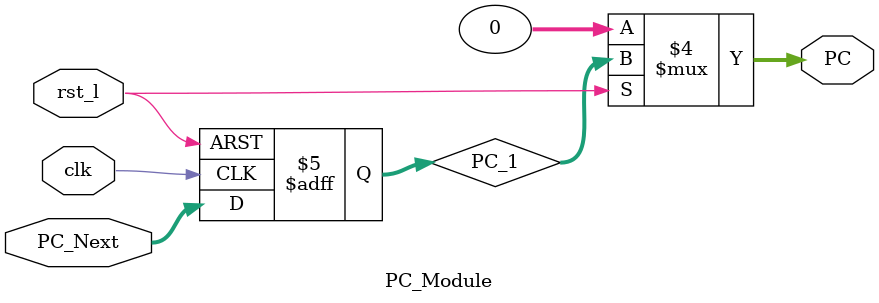
<source format=v>
module PC_Module (clk,rst_l,PC,PC_Next);
    input clk,rst_l;
    input [31:0] PC_Next;
    output [31:0] PC;

    reg [31:0] PC_1;

    always @(posedge clk or negedge rst_l) begin
        if (rst_l == 1'b0)
            PC_1 <= 32'h00000000;
        else
            PC_1 <= PC_Next;
    end

    assign PC = (rst_l == 1'b0) ? 32'h00000000 : PC_1;

endmodule
</source>
